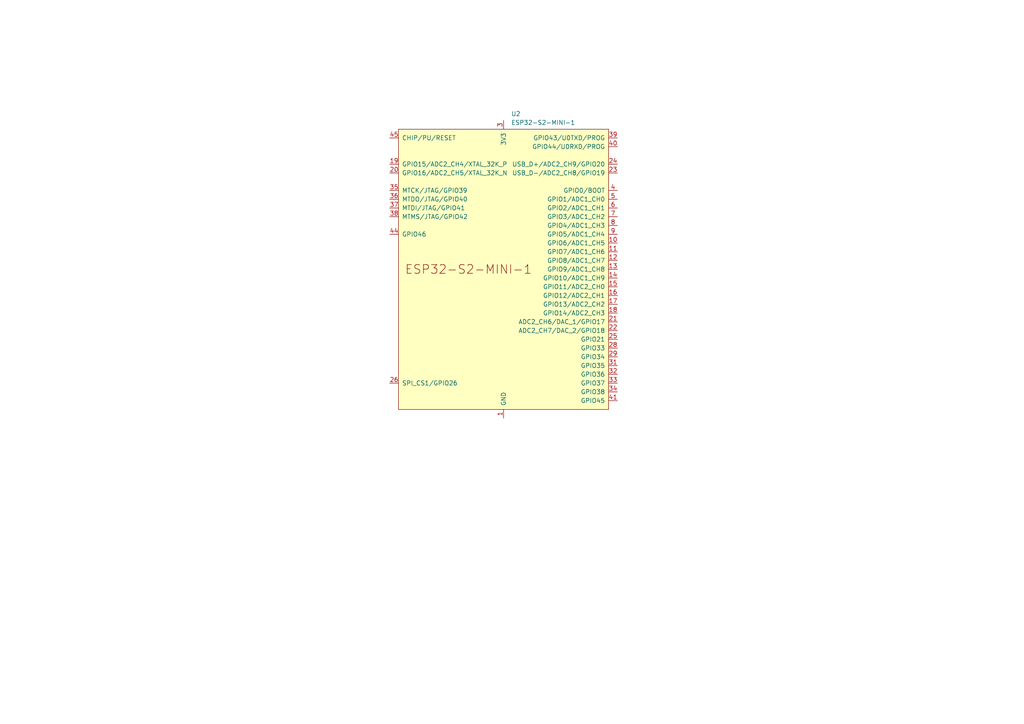
<source format=kicad_sch>
(kicad_sch (version 20230121) (generator eeschema)
  (paper "A4")
  (lib_symbols
    (symbol "Espressif:ESP32-S2-MINI-1" (pin_names (offset 1.016))
      (property "Reference" "U" (at -30.48 45.72 0))
      (property "Value" "ESP32-S2-MINI-1" (at -30.48 43.18 0))
      (symbol "ESP32-S2-MINI-1_0_0"
        (pin power_in line (at 0 -43.18 90) (length 2.54) (name "GND") (number "1"))
        (pin passive line (at 0 -43.18 90) (length 2.54) hide (name "GND") (number "43"))
        (pin input line (at -33.02 10.16 0) (length 2.54) (name "GPIO46") (number "44"))
        (pin bidirectional line (at -33.02 38.1 0) (length 2.54) (name "CHIP/PU/RESET") (number "45"))
        (pin passive line (at 0 -43.18 90) (length 2.54) hide (name "GND") (number "46"))
        (pin passive line (at 0 -43.18 90) (length 2.54) hide (name "GND") (number "47"))
        (pin passive line (at 0 -43.18 90) (length 2.54) hide (name "GND") (number "48"))
        (pin passive line (at 0 -43.18 90) (length 2.54) hide (name "GND") (number "49"))
        (pin passive line (at 0 -43.18 90) (length 2.54) hide (name "GND") (number "50"))
        (pin passive line (at 0 -43.18 90) (length 2.54) hide (name "GND") (number "51"))
        (pin passive line (at 0 -43.18 90) (length 2.54) hide (name "GND") (number "52"))
        (pin passive line (at 0 -43.18 90) (length 2.54) hide (name "GND") (number "53"))
        (pin passive line (at 0 -43.18 90) (length 2.54) hide (name "GND") (number "54"))
        (pin passive line (at 0 -43.18 90) (length 2.54) hide (name "GND") (number "55"))
        (pin passive line (at 0 -43.18 90) (length 2.54) hide (name "GND") (number "56"))
        (pin passive line (at 0 -43.18 90) (length 2.54) hide (name "GND") (number "57"))
        (pin passive line (at 0 -43.18 90) (length 2.54) hide (name "GND") (number "58"))
        (pin passive line (at 0 -43.18 90) (length 2.54) hide (name "GND") (number "59"))
        (pin passive line (at 0 -43.18 90) (length 2.54) hide (name "GND") (number "60"))
        (pin passive line (at 0 -43.18 90) (length 2.54) hide (name "GND") (number "61"))
        (pin passive line (at 0 -43.18 90) (length 2.54) hide (name "GND") (number "62"))
        (pin passive line (at 0 -43.18 90) (length 2.54) hide (name "GND") (number "63"))
        (pin passive line (at 0 -43.18 90) (length 2.54) hide (name "GND") (number "64"))
        (pin passive line (at 0 -43.18 90) (length 2.54) hide (name "GND") (number "65"))
      )
      (symbol "ESP32-S2-MINI-1_0_1"
        (rectangle (start -30.48 40.64) (end 30.48 -40.64) (fill (type background)))
      )
      (symbol "ESP32-S2-MINI-1_1_1"
        (text "ESP32-S2-MINI-1" (at -10.16 0 0) (effects (font (size 2.54 2.54))))
        (pin bidirectional line (at 33.02 7.62 180) (length 2.54) (name "GPIO6/ADC1_CH5") (number "10"))
        (pin bidirectional line (at 33.02 5.08 180) (length 2.54) (name "GPIO7/ADC1_CH6") (number "11"))
        (pin bidirectional line (at 33.02 2.54 180) (length 2.54) (name "GPIO8/ADC1_CH7") (number "12"))
        (pin bidirectional line (at 33.02 0 180) (length 2.54) (name "GPIO9/ADC1_CH8") (number "13"))
        (pin bidirectional line (at 33.02 -2.54 180) (length 2.54) (name "GPIO10/ADC1_CH9") (number "14"))
        (pin bidirectional line (at 33.02 -5.08 180) (length 2.54) (name "GPIO11/ADC2_CH0") (number "15"))
        (pin bidirectional line (at 33.02 -7.62 180) (length 2.54) (name "GPIO12/ADC2_CH1") (number "16"))
        (pin bidirectional line (at 33.02 -10.16 180) (length 2.54) (name "GPIO13/ADC2_CH2") (number "17"))
        (pin bidirectional line (at 33.02 -12.7 180) (length 2.54) (name "GPIO14/ADC2_CH3") (number "18"))
        (pin bidirectional line (at -33.02 30.48 0) (length 2.54) (name "GPIO15/ADC2_CH4/XTAL_32K_P") (number "19"))
        (pin passive line (at 0 -43.18 90) (length 2.54) hide (name "GND") (number "2"))
        (pin bidirectional line (at -33.02 27.94 0) (length 2.54) (name "GPIO16/ADC2_CH5/XTAL_32K_N") (number "20"))
        (pin bidirectional line (at 33.02 -15.24 180) (length 2.54) (name "ADC2_CH6/DAC_1/GPIO17") (number "21"))
        (pin bidirectional line (at 33.02 -17.78 180) (length 2.54) (name "ADC2_CH7/DAC_2/GPIO18") (number "22"))
        (pin bidirectional line (at 33.02 27.94 180) (length 2.54) (name "USB_D-/ADC2_CH8/GPIO19") (number "23"))
        (pin bidirectional line (at 33.02 30.48 180) (length 2.54) (name "USB_D+/ADC2_CH9/GPIO20") (number "24"))
        (pin bidirectional line (at 33.02 -20.32 180) (length 2.54) (name "GPIO21") (number "25"))
        (pin bidirectional line (at -33.02 -33.02 0) (length 2.54) (name "SPI_CS1/GPIO26") (number "26"))
        (pin no_connect line (at -30.48 -38.1 0) (length 2.54) hide (name "NC") (number "27"))
        (pin bidirectional line (at 33.02 -22.86 180) (length 2.54) (name "GPIO33") (number "28"))
        (pin bidirectional line (at 33.02 -25.4 180) (length 2.54) (name "GPIO34") (number "29"))
        (pin power_in line (at 0 43.18 270) (length 2.54) (name "3V3") (number "3"))
        (pin passive line (at 0 -43.18 90) (length 2.54) hide (name "GND") (number "30"))
        (pin bidirectional line (at 33.02 -27.94 180) (length 2.54) (name "GPIO35") (number "31"))
        (pin bidirectional line (at 33.02 -30.48 180) (length 2.54) (name "GPIO36") (number "32"))
        (pin bidirectional line (at 33.02 -33.02 180) (length 2.54) (name "GPIO37") (number "33"))
        (pin bidirectional line (at 33.02 -35.56 180) (length 2.54) (name "GPIO38") (number "34"))
        (pin bidirectional line (at -33.02 22.86 0) (length 2.54) (name "MTCK/JTAG/GPIO39") (number "35"))
        (pin bidirectional line (at -33.02 20.32 0) (length 2.54) (name "MTDO/JTAG/GPIO40") (number "36"))
        (pin bidirectional line (at -33.02 17.78 0) (length 2.54) (name "MTDI/JTAG/GPIO41") (number "37"))
        (pin bidirectional line (at -33.02 15.24 0) (length 2.54) (name "MTMS/JTAG/GPIO42") (number "38"))
        (pin bidirectional line (at 33.02 38.1 180) (length 2.54) (name "GPIO43/U0TXD/PROG") (number "39"))
        (pin bidirectional line (at 33.02 22.86 180) (length 2.54) (name "GPIO0/BOOT") (number "4"))
        (pin bidirectional line (at 33.02 35.56 180) (length 2.54) (name "GPIO44/U0RXD/PROG") (number "40"))
        (pin bidirectional line (at 33.02 -38.1 180) (length 2.54) (name "GPIO45") (number "41"))
        (pin passive line (at 0 -43.18 90) (length 2.54) hide (name "GND") (number "42"))
        (pin bidirectional line (at 33.02 20.32 180) (length 2.54) (name "GPIO1/ADC1_CH0") (number "5"))
        (pin bidirectional line (at 33.02 17.78 180) (length 2.54) (name "GPIO2/ADC1_CH1") (number "6"))
        (pin bidirectional line (at 33.02 15.24 180) (length 2.54) (name "GPIO3/ADC1_CH2") (number "7"))
        (pin bidirectional line (at 33.02 12.7 180) (length 2.54) (name "GPIO4/ADC1_CH3") (number "8"))
        (pin bidirectional line (at 33.02 10.16 180) (length 2.54) (name "GPIO5/ADC1_CH4") (number "9"))
      )
    )
  )
  (symbol (lib_id "Espressif:ESP32-S2-MINI-1") (at 146.05 78.105 0) (unit 1)
    (property "Reference" "U2" (at 148.2441 33.02 0) (effects (justify left)))
    (property "Value" "ESP32-S2-MINI-1" (at 148.2441 35.56 0) (effects (justify left)))
    (property "Footprint" "Espressif:ESP32-S2-MINI-1_HandSoldering" (effects hide))
    (property "Datasheet" "https://www.espressif.com/sites/default/files/documentation/esp32-s2-mini-1_esp32-s2-mini-1u_datasheet_en.pdf" (effects hide))
  )
)
</source>
